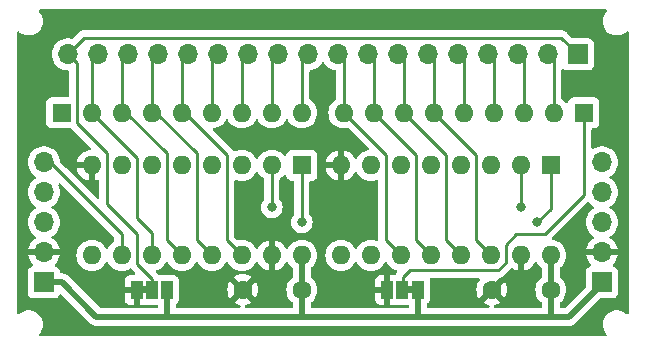
<source format=gbr>
%TF.GenerationSoftware,KiCad,Pcbnew,7.0.1*%
%TF.CreationDate,2023-05-21T17:19:05+09:00*%
%TF.ProjectId,joystick_74hc165_input_1p,6a6f7973-7469-4636-9b5f-373468633136,2*%
%TF.SameCoordinates,Original*%
%TF.FileFunction,Copper,L1,Top*%
%TF.FilePolarity,Positive*%
%FSLAX46Y46*%
G04 Gerber Fmt 4.6, Leading zero omitted, Abs format (unit mm)*
G04 Created by KiCad (PCBNEW 7.0.1) date 2023-05-21 17:19:05*
%MOMM*%
%LPD*%
G01*
G04 APERTURE LIST*
%TA.AperFunction,ComponentPad*%
%ADD10R,1.700000X1.700000*%
%TD*%
%TA.AperFunction,ComponentPad*%
%ADD11O,1.700000X1.700000*%
%TD*%
%TA.AperFunction,ComponentPad*%
%ADD12R,1.600000X1.600000*%
%TD*%
%TA.AperFunction,ComponentPad*%
%ADD13O,1.600000X1.600000*%
%TD*%
%TA.AperFunction,ComponentPad*%
%ADD14C,1.600000*%
%TD*%
%TA.AperFunction,SMDPad,CuDef*%
%ADD15R,1.000000X1.500000*%
%TD*%
%TA.AperFunction,ViaPad*%
%ADD16C,0.800000*%
%TD*%
%TA.AperFunction,Conductor*%
%ADD17C,0.250000*%
%TD*%
%TA.AperFunction,Conductor*%
%ADD18C,0.500000*%
%TD*%
G04 APERTURE END LIST*
%TA.AperFunction,EtchedComponent*%
%TO.C,PULL1*%
G36*
X161555000Y-104440000D02*
G01*
X161055000Y-104440000D01*
X161055000Y-103840000D01*
X161555000Y-103840000D01*
X161555000Y-104440000D01*
G37*
%TD.AperFunction*%
%TA.AperFunction,EtchedComponent*%
%TO.C,SHORT1*%
G36*
X139046000Y-104440000D02*
G01*
X138546000Y-104440000D01*
X138546000Y-103840000D01*
X139046000Y-103840000D01*
X139046000Y-104440000D01*
G37*
%TD.AperFunction*%
%TD*%
D10*
%TO.P,IN1,1,Pin_1*%
%TO.N,VCC*%
X130302000Y-103505000D03*
D11*
%TO.P,IN1,2,Pin_2*%
%TO.N,GND*%
X130302000Y-100965000D03*
%TO.P,IN1,3,Pin_3*%
%TO.N,/LOAD*%
X130302000Y-98425000D03*
%TO.P,IN1,4,Pin_4*%
%TO.N,/CLK*%
X130302000Y-95885000D03*
%TO.P,IN1,5,Pin_5*%
%TO.N,/D_IN*%
X130302000Y-93345000D03*
%TD*%
D12*
%TO.P,74HC165_2,1,~{PL}*%
%TO.N,/LOAD*%
X152146000Y-93599000D03*
D13*
%TO.P,74HC165_2,2,CP*%
%TO.N,/CLK*%
X149606000Y-93599000D03*
%TO.P,74HC165_2,3,D4*%
%TO.N,/C_R*%
X147066000Y-93599000D03*
%TO.P,74HC165_2,4,D5*%
%TO.N,/C_L*%
X144526000Y-93599000D03*
%TO.P,74HC165_2,5,D6*%
%TO.N,/C_Y*%
X141986000Y-93599000D03*
%TO.P,74HC165_2,6,D7*%
%TO.N,/C_X*%
X139446000Y-93599000D03*
%TO.P,74HC165_2,7,~{Q7}*%
%TO.N,unconnected-(74HC165_2-Pad7)*%
X136906000Y-93599000D03*
%TO.P,74HC165_2,8,GND*%
%TO.N,GND*%
X134366000Y-93599000D03*
%TO.P,74HC165_2,9,Q7*%
%TO.N,/Q7*%
X134366000Y-101219000D03*
%TO.P,74HC165_2,10,DS*%
%TO.N,/D_IN*%
X136906000Y-101219000D03*
%TO.P,74HC165_2,11,D0*%
%TO.N,/C_EX4*%
X139446000Y-101219000D03*
%TO.P,74HC165_2,12,D1*%
%TO.N,/C_EX3*%
X141986000Y-101219000D03*
%TO.P,74HC165_2,13,D2*%
%TO.N,/C_EX2*%
X144526000Y-101219000D03*
%TO.P,74HC165_2,14,D3*%
%TO.N,/C_EX1*%
X147066000Y-101219000D03*
%TO.P,74HC165_2,15,~{CE}*%
%TO.N,GND*%
X149606000Y-101219000D03*
%TO.P,74HC165_2,16,VCC*%
%TO.N,VCC*%
X152146000Y-101219000D03*
%TD*%
D12*
%TO.P,74HC165_1,1,~{PL}*%
%TO.N,/LOAD*%
X173228000Y-93599000D03*
D13*
%TO.P,74HC165_1,2,CP*%
%TO.N,/CLK*%
X170688000Y-93599000D03*
%TO.P,74HC165_1,3,D4*%
%TO.N,/C_RIGHT*%
X168148000Y-93599000D03*
%TO.P,74HC165_1,4,D5*%
%TO.N,/C_LEFT*%
X165608000Y-93599000D03*
%TO.P,74HC165_1,5,D6*%
%TO.N,/C_DOWN*%
X163068000Y-93599000D03*
%TO.P,74HC165_1,6,D7*%
%TO.N,/C_UP*%
X160528000Y-93599000D03*
%TO.P,74HC165_1,7,~{Q7}*%
%TO.N,unconnected-(74HC165_1-Pad7)*%
X157988000Y-93599000D03*
%TO.P,74HC165_1,8,GND*%
%TO.N,GND*%
X155448000Y-93599000D03*
%TO.P,74HC165_1,9,Q7*%
%TO.N,/D_OUT*%
X155448000Y-101219000D03*
%TO.P,74HC165_1,10,DS*%
%TO.N,/Q7*%
X157988000Y-101219000D03*
%TO.P,74HC165_1,11,D0*%
%TO.N,/C_B*%
X160528000Y-101219000D03*
%TO.P,74HC165_1,12,D1*%
%TO.N,/C_A*%
X163068000Y-101219000D03*
%TO.P,74HC165_1,13,D2*%
%TO.N,/C_SELECT*%
X165608000Y-101219000D03*
%TO.P,74HC165_1,14,D3*%
%TO.N,/C_START*%
X168148000Y-101219000D03*
%TO.P,74HC165_1,15,~{CE}*%
%TO.N,GND*%
X170688000Y-101219000D03*
%TO.P,74HC165_1,16,VCC*%
%TO.N,VCC*%
X173228000Y-101219000D03*
%TD*%
D12*
%TO.P,RN1,1,common*%
%TO.N,/PULL*%
X176022000Y-89154000D03*
D13*
%TO.P,RN1,2,R1*%
%TO.N,/C_UP*%
X173482000Y-89154000D03*
%TO.P,RN1,3,R2*%
%TO.N,/C_DOWN*%
X170942000Y-89154000D03*
%TO.P,RN1,4,R3*%
%TO.N,/C_LEFT*%
X168402000Y-89154000D03*
%TO.P,RN1,5,R4*%
%TO.N,/C_RIGHT*%
X165862000Y-89154000D03*
%TO.P,RN1,6,R5*%
%TO.N,/C_START*%
X163322000Y-89154000D03*
%TO.P,RN1,7,R6*%
%TO.N,/C_SELECT*%
X160782000Y-89154000D03*
%TO.P,RN1,8,R7*%
%TO.N,/C_A*%
X158242000Y-89154000D03*
%TO.P,RN1,9,R8*%
%TO.N,/C_B*%
X155702000Y-89154000D03*
%TD*%
D10*
%TO.P,J1,1,Pin_1*%
%TO.N,/C_SHORT*%
X175514000Y-84201000D03*
D11*
%TO.P,J1,2,Pin_2*%
%TO.N,/C_UP*%
X172974000Y-84201000D03*
%TO.P,J1,3,Pin_3*%
%TO.N,/C_DOWN*%
X170434000Y-84201000D03*
%TO.P,J1,4,Pin_4*%
%TO.N,/C_LEFT*%
X167894000Y-84201000D03*
%TO.P,J1,5,Pin_5*%
%TO.N,/C_RIGHT*%
X165354000Y-84201000D03*
%TO.P,J1,6,Pin_6*%
%TO.N,/C_START*%
X162814000Y-84201000D03*
%TO.P,J1,7,Pin_7*%
%TO.N,/C_SELECT*%
X160274000Y-84201000D03*
%TO.P,J1,8,Pin_8*%
%TO.N,/C_A*%
X157734000Y-84201000D03*
%TO.P,J1,9,Pin_9*%
%TO.N,/C_B*%
X155194000Y-84201000D03*
%TO.P,J1,10,Pin_10*%
%TO.N,/C_X*%
X152654000Y-84201000D03*
%TO.P,J1,11,Pin_11*%
%TO.N,/C_Y*%
X150114000Y-84201000D03*
%TO.P,J1,12,Pin_12*%
%TO.N,/C_L*%
X147574000Y-84201000D03*
%TO.P,J1,13,Pin_13*%
%TO.N,/C_R*%
X145034000Y-84201000D03*
%TO.P,J1,14,Pin_14*%
%TO.N,/C_EX1*%
X142494000Y-84201000D03*
%TO.P,J1,15,Pin_15*%
%TO.N,/C_EX2*%
X139954000Y-84201000D03*
%TO.P,J1,16,Pin_16*%
%TO.N,/C_EX3*%
X137414000Y-84201000D03*
%TO.P,J1,17,Pin_17*%
%TO.N,/C_EX4*%
X134874000Y-84201000D03*
%TO.P,J1,18,Pin_18*%
%TO.N,/C_SHORT*%
X132334000Y-84201000D03*
%TD*%
D12*
%TO.P,RN2,1,common*%
%TO.N,/PULL*%
X131826000Y-89154000D03*
D13*
%TO.P,RN2,2,R1*%
%TO.N,/C_EX4*%
X134366000Y-89154000D03*
%TO.P,RN2,3,R2*%
%TO.N,/C_EX3*%
X136906000Y-89154000D03*
%TO.P,RN2,4,R3*%
%TO.N,/C_EX2*%
X139446000Y-89154000D03*
%TO.P,RN2,5,R4*%
%TO.N,/C_EX1*%
X141986000Y-89154000D03*
%TO.P,RN2,6,R5*%
%TO.N,/C_R*%
X144526000Y-89154000D03*
%TO.P,RN2,7,R6*%
%TO.N,/C_L*%
X147066000Y-89154000D03*
%TO.P,RN2,8,R7*%
%TO.N,/C_Y*%
X149606000Y-89154000D03*
%TO.P,RN2,9,R8*%
%TO.N,/C_X*%
X152146000Y-89154000D03*
%TD*%
D10*
%TO.P,OUT1,1,Pin_1*%
%TO.N,VCC*%
X177546000Y-103505000D03*
D11*
%TO.P,OUT1,2,Pin_2*%
%TO.N,GND*%
X177546000Y-100965000D03*
%TO.P,OUT1,3,Pin_3*%
%TO.N,/LOAD*%
X177546000Y-98425000D03*
%TO.P,OUT1,4,Pin_4*%
%TO.N,/CLK*%
X177546000Y-95885000D03*
%TO.P,OUT1,5,Pin_5*%
%TO.N,/D_OUT*%
X177546000Y-93345000D03*
%TD*%
D14*
%TO.P,C2,1*%
%TO.N,VCC*%
X152146000Y-104140000D03*
%TO.P,C2,2*%
%TO.N,GND*%
X147146000Y-104140000D03*
%TD*%
%TO.P,C1,1*%
%TO.N,VCC*%
X173228000Y-104140000D03*
%TO.P,C1,2*%
%TO.N,GND*%
X168228000Y-104140000D03*
%TD*%
D15*
%TO.P,PULL1,1,Pin_1*%
%TO.N,VCC*%
X161955000Y-104140000D03*
%TO.P,PULL1,2,Pin_2*%
%TO.N,/PULL*%
X160655000Y-104140000D03*
%TO.P,PULL1,3,Pin_3*%
%TO.N,GND*%
X159355000Y-104140000D03*
%TD*%
%TO.P,SHORT1,1,Pin_1*%
%TO.N,GND*%
X138146000Y-104140000D03*
%TO.P,SHORT1,2,Pin_2*%
%TO.N,/C_SHORT*%
X139446000Y-104140000D03*
%TO.P,SHORT1,3,Pin_3*%
%TO.N,VCC*%
X140746000Y-104140000D03*
%TD*%
D16*
%TO.N,/LOAD*%
X152146000Y-98425000D03*
X172085000Y-98425000D03*
%TO.N,/CLK*%
X149606000Y-97155000D03*
X170688000Y-97155000D03*
%TD*%
D17*
%TO.N,/PULL*%
X176022000Y-96139000D02*
X176022000Y-88900000D01*
X169418000Y-101854000D02*
X169418000Y-100330000D01*
X169418000Y-100330000D02*
X170307000Y-99441000D01*
X170307000Y-99441000D02*
X172720000Y-99441000D01*
X168783000Y-102489000D02*
X169418000Y-101854000D01*
X160685000Y-104140000D02*
X160685000Y-103085000D01*
X172720000Y-99441000D02*
X176022000Y-96139000D01*
X160685000Y-103085000D02*
X161281000Y-102489000D01*
X161281000Y-102489000D02*
X168783000Y-102489000D01*
%TO.N,/C_SHORT*%
X175514000Y-84201000D02*
X174117000Y-82804000D01*
X133096000Y-84963000D02*
X133096000Y-90043000D01*
X138176000Y-101924501D02*
X139446000Y-103194501D01*
X132334000Y-84201000D02*
X133096000Y-84963000D01*
X174117000Y-82804000D02*
X133731000Y-82804000D01*
X135636000Y-96901000D02*
X138176000Y-99441000D01*
X133731000Y-82804000D02*
X132334000Y-84201000D01*
X135636000Y-92583000D02*
X135636000Y-96901000D01*
X133096000Y-90043000D02*
X135636000Y-92583000D01*
X138176000Y-99441000D02*
X138176000Y-101924501D01*
X139446000Y-103194501D02*
X139446000Y-104076500D01*
%TO.N,/C_UP*%
X173482000Y-84709000D02*
X173482000Y-89154000D01*
X172974000Y-84201000D02*
X173482000Y-84709000D01*
%TO.N,/C_DOWN*%
X170434000Y-84201000D02*
X170942000Y-84709000D01*
X170942000Y-84709000D02*
X170942000Y-89154000D01*
%TO.N,/C_LEFT*%
X167894000Y-84201000D02*
X168402000Y-84709000D01*
X168402000Y-84709000D02*
X168402000Y-89154000D01*
%TO.N,/C_RIGHT*%
X165862000Y-84709000D02*
X165862000Y-89154000D01*
X165354000Y-84201000D02*
X165862000Y-84709000D01*
%TO.N,/C_START*%
X162814000Y-84201000D02*
X163322000Y-84709000D01*
X163322000Y-89154000D02*
X166878000Y-92710000D01*
X166878000Y-99949000D02*
X168148000Y-101219000D01*
X166878000Y-92710000D02*
X166878000Y-99949000D01*
X163322000Y-84709000D02*
X163322000Y-89154000D01*
%TO.N,/C_SELECT*%
X160274000Y-84201000D02*
X160782000Y-84709000D01*
X160782000Y-84709000D02*
X160782000Y-89154000D01*
X164338000Y-92710000D02*
X164338000Y-99949000D01*
X160782000Y-89154000D02*
X164338000Y-92710000D01*
X164338000Y-99949000D02*
X165608000Y-101219000D01*
D18*
%TO.N,VCC*%
X173228000Y-104140000D02*
X173228000Y-101219000D01*
X173228000Y-106299000D02*
X173101000Y-106426000D01*
X173101000Y-106426000D02*
X174752000Y-106426000D01*
X177546000Y-103632000D02*
X177546000Y-103505000D01*
X140589000Y-106426000D02*
X134747000Y-106426000D01*
X173228000Y-104140000D02*
X173228000Y-106299000D01*
X152146000Y-104140000D02*
X152146000Y-106426000D01*
X131826000Y-103505000D02*
X130302000Y-103505000D01*
X161988500Y-106426000D02*
X140589000Y-106426000D01*
X161955000Y-104140000D02*
X161955000Y-106392500D01*
X152146000Y-101219000D02*
X152146000Y-104140000D01*
X134747000Y-106426000D02*
X131826000Y-103505000D01*
X140746000Y-106269000D02*
X140746000Y-104140000D01*
X161988500Y-106426000D02*
X173101000Y-106426000D01*
X174752000Y-106426000D02*
X177546000Y-103632000D01*
D17*
%TO.N,/D_IN*%
X130302000Y-93345000D02*
X130810000Y-93345000D01*
X136906000Y-99441000D02*
X136906000Y-101219000D01*
X130810000Y-93345000D02*
X136906000Y-99441000D01*
%TO.N,/LOAD*%
X152146000Y-93599000D02*
X152146000Y-98425000D01*
X173228000Y-93599000D02*
X173228000Y-97282000D01*
X173228000Y-97282000D02*
X172085000Y-98425000D01*
%TO.N,/CLK*%
X149606000Y-93599000D02*
X149606000Y-97155000D01*
X170688000Y-93599000D02*
X170688000Y-97155000D01*
%TO.N,/C_A*%
X158242000Y-84709000D02*
X158242000Y-89154000D01*
X158242000Y-89154000D02*
X161798000Y-92710000D01*
X157734000Y-84201000D02*
X158242000Y-84709000D01*
X161798000Y-99949000D02*
X163068000Y-101219000D01*
X161798000Y-92710000D02*
X161798000Y-99949000D01*
%TO.N,/C_B*%
X159258000Y-99949000D02*
X160528000Y-101219000D01*
X155702000Y-89154000D02*
X159258000Y-92710000D01*
X155194000Y-84201000D02*
X155702000Y-84709000D01*
X159258000Y-92710000D02*
X159258000Y-99949000D01*
X155702000Y-84709000D02*
X155702000Y-89154000D01*
%TO.N,/C_X*%
X152146000Y-84709000D02*
X152146000Y-89154000D01*
X152654000Y-84201000D02*
X152146000Y-84709000D01*
%TO.N,/C_Y*%
X149606000Y-84709000D02*
X149606000Y-89154000D01*
X150114000Y-84201000D02*
X149606000Y-84709000D01*
%TO.N,/C_EX4*%
X134366000Y-84709000D02*
X134874000Y-84201000D01*
X139446000Y-101219000D02*
X139446000Y-99314000D01*
X139446000Y-99314000D02*
X138176000Y-98044000D01*
X134366000Y-89154000D02*
X134366000Y-84709000D01*
X138176000Y-98044000D02*
X138176000Y-92964000D01*
X138176000Y-92964000D02*
X134366000Y-89154000D01*
%TO.N,/C_EX3*%
X137414000Y-84201000D02*
X136906000Y-84709000D01*
X136906000Y-84709000D02*
X136906000Y-89154000D01*
X137287000Y-89154000D02*
X140716000Y-92583000D01*
X140716000Y-99949000D02*
X141986000Y-101219000D01*
X140716000Y-92583000D02*
X140716000Y-99949000D01*
X136906000Y-89154000D02*
X137287000Y-89154000D01*
%TO.N,/C_EX2*%
X143256000Y-92583000D02*
X143256000Y-99949000D01*
X139446000Y-84709000D02*
X139446000Y-89154000D01*
X139446000Y-89154000D02*
X139827000Y-89154000D01*
X139954000Y-84201000D02*
X139446000Y-84709000D01*
X143256000Y-99949000D02*
X144526000Y-101219000D01*
X139827000Y-89154000D02*
X143256000Y-92583000D01*
%TO.N,/C_EX1*%
X145796000Y-99949000D02*
X147066000Y-101219000D01*
X141986000Y-84709000D02*
X141986000Y-89154000D01*
X145796000Y-92710000D02*
X145796000Y-99949000D01*
X141986000Y-89154000D02*
X142240000Y-89154000D01*
X142240000Y-89154000D02*
X145796000Y-92710000D01*
X142494000Y-84201000D02*
X141986000Y-84709000D01*
%TO.N,/C_R*%
X145034000Y-84201000D02*
X144526000Y-84709000D01*
X144526000Y-84709000D02*
X144526000Y-89154000D01*
%TO.N,/C_L*%
X147574000Y-84201000D02*
X147066000Y-84709000D01*
X147066000Y-84709000D02*
X147066000Y-89154000D01*
%TD*%
%TA.AperFunction,Conductor*%
%TO.N,GND*%
G36*
X170879000Y-100981881D02*
G01*
X170925119Y-101028000D01*
X170942000Y-101091000D01*
X170942000Y-102505082D01*
X171137070Y-102452813D01*
X171344498Y-102356087D01*
X171531981Y-102224810D01*
X171693810Y-102062981D01*
X171825088Y-101875497D01*
X171843529Y-101835951D01*
X171890024Y-101782933D01*
X171957724Y-101763200D01*
X172025424Y-101782933D01*
X172071919Y-101835951D01*
X172090476Y-101875748D01*
X172221804Y-102063303D01*
X172383698Y-102225197D01*
X172415770Y-102247654D01*
X172455263Y-102292686D01*
X172469500Y-102350867D01*
X172469500Y-103008133D01*
X172455263Y-103066314D01*
X172415770Y-103111346D01*
X172383698Y-103133802D01*
X172221804Y-103295696D01*
X172090477Y-103483249D01*
X171993715Y-103690756D01*
X171934457Y-103911912D01*
X171914502Y-104139999D01*
X171934457Y-104368087D01*
X171993715Y-104589243D01*
X172090477Y-104796750D01*
X172221804Y-104984303D01*
X172383698Y-105146197D01*
X172415770Y-105168654D01*
X172455263Y-105213686D01*
X172469500Y-105271867D01*
X172469500Y-105541500D01*
X172452619Y-105604500D01*
X172406500Y-105650619D01*
X172343500Y-105667500D01*
X168538082Y-105667500D01*
X168479902Y-105653263D01*
X168434869Y-105613771D01*
X168413160Y-105557946D01*
X168419681Y-105498405D01*
X168452958Y-105448603D01*
X168505471Y-105419793D01*
X168677070Y-105373813D01*
X168884498Y-105277087D01*
X168955888Y-105227099D01*
X168955888Y-105227097D01*
X168228001Y-104499210D01*
X168228000Y-104499210D01*
X167500110Y-105227098D01*
X167500110Y-105227100D01*
X167571497Y-105277085D01*
X167778929Y-105373813D01*
X167950529Y-105419793D01*
X168003042Y-105448603D01*
X168036319Y-105498405D01*
X168042840Y-105557946D01*
X168021131Y-105613771D01*
X167976098Y-105653263D01*
X167917918Y-105667500D01*
X162839500Y-105667500D01*
X162776500Y-105650619D01*
X162730381Y-105604500D01*
X162713500Y-105541500D01*
X162713500Y-105394755D01*
X162726828Y-105338355D01*
X162763992Y-105293886D01*
X162818262Y-105253260D01*
X162881597Y-105168654D01*
X162905889Y-105136204D01*
X162956989Y-104999201D01*
X162963500Y-104938638D01*
X162963500Y-103341362D01*
X162956989Y-103280799D01*
X162956988Y-103280797D01*
X162955297Y-103265064D01*
X162958128Y-103264759D01*
X162954405Y-103232787D01*
X162975926Y-103176634D01*
X163021022Y-103136851D01*
X163079421Y-103122500D01*
X167101645Y-103122500D01*
X167167010Y-103140781D01*
X167213408Y-103190320D01*
X167227375Y-103256741D01*
X167204858Y-103320771D01*
X167090912Y-103483501D01*
X166994186Y-103690929D01*
X166934951Y-103912000D01*
X166915004Y-104139999D01*
X166934951Y-104367999D01*
X166994186Y-104589070D01*
X167090912Y-104796497D01*
X167140900Y-104867888D01*
X167868788Y-104140001D01*
X168587210Y-104140001D01*
X169315097Y-104867888D01*
X169315099Y-104867888D01*
X169365087Y-104796498D01*
X169461813Y-104589070D01*
X169521048Y-104367999D01*
X169540995Y-104139999D01*
X169521048Y-103912000D01*
X169461813Y-103690929D01*
X169365085Y-103483497D01*
X169315100Y-103412110D01*
X169315098Y-103412110D01*
X168587210Y-104140000D01*
X168587210Y-104140001D01*
X167868788Y-104140001D01*
X168228000Y-103780790D01*
X168227999Y-103780790D01*
X168864956Y-103143832D01*
X168898622Y-103119775D01*
X168938262Y-103107920D01*
X168941797Y-103107474D01*
X168982915Y-103091193D01*
X168994117Y-103087357D01*
X169036593Y-103075018D01*
X169054039Y-103064699D01*
X169071780Y-103056009D01*
X169090617Y-103048552D01*
X169126392Y-103022558D01*
X169136303Y-103016048D01*
X169174362Y-102993542D01*
X169188691Y-102979212D01*
X169203719Y-102966377D01*
X169220107Y-102954472D01*
X169248303Y-102920386D01*
X169256272Y-102911630D01*
X169806658Y-102361244D01*
X169822978Y-102348170D01*
X169825014Y-102346002D01*
X169825018Y-102346000D01*
X169826499Y-102344422D01*
X169876218Y-102311927D01*
X169935303Y-102305821D01*
X169990620Y-102327462D01*
X170031501Y-102356087D01*
X170238929Y-102452813D01*
X170434000Y-102505082D01*
X170434000Y-101091000D01*
X170450881Y-101028000D01*
X170497000Y-100981881D01*
X170560000Y-100965000D01*
X170816000Y-100965000D01*
X170879000Y-100981881D01*
G37*
%TD.AperFunction*%
%TA.AperFunction,Conductor*%
G36*
X153983969Y-84860458D02*
G01*
X154029481Y-84902354D01*
X154118278Y-85038268D01*
X154230525Y-85160200D01*
X154270762Y-85203908D01*
X154390629Y-85297205D01*
X154448424Y-85342189D01*
X154646426Y-85449342D01*
X154859365Y-85522444D01*
X154963240Y-85539777D01*
X155017122Y-85562533D01*
X155054924Y-85607166D01*
X155068500Y-85664059D01*
X155068500Y-87934607D01*
X155054263Y-87992787D01*
X155014772Y-88037818D01*
X154946659Y-88085511D01*
X154857696Y-88147804D01*
X154695804Y-88309696D01*
X154564477Y-88497249D01*
X154467715Y-88704756D01*
X154408457Y-88925912D01*
X154388502Y-89154000D01*
X154408457Y-89382087D01*
X154467715Y-89603243D01*
X154564477Y-89810750D01*
X154695804Y-89998303D01*
X154857696Y-90160195D01*
X155045249Y-90291522D01*
X155045250Y-90291522D01*
X155045251Y-90291523D01*
X155071451Y-90303740D01*
X155252756Y-90388284D01*
X155306621Y-90402717D01*
X155473913Y-90447543D01*
X155702000Y-90467498D01*
X155930087Y-90447543D01*
X155993542Y-90430540D01*
X156058764Y-90430540D01*
X156115248Y-90463152D01*
X157761468Y-92109372D01*
X157794080Y-92165856D01*
X157794080Y-92231078D01*
X157761469Y-92287562D01*
X157704985Y-92320173D01*
X157538761Y-92364713D01*
X157331249Y-92461477D01*
X157143696Y-92592804D01*
X156981804Y-92754696D01*
X156850477Y-92942250D01*
X156831919Y-92982049D01*
X156785424Y-93035066D01*
X156717724Y-93054799D01*
X156650024Y-93035066D01*
X156603529Y-92982049D01*
X156585087Y-92942501D01*
X156453810Y-92755018D01*
X156291981Y-92593189D01*
X156104498Y-92461912D01*
X155897070Y-92365186D01*
X155701999Y-92312917D01*
X155702000Y-92312918D01*
X155702000Y-94885082D01*
X155897070Y-94832813D01*
X156104498Y-94736087D01*
X156291981Y-94604810D01*
X156453810Y-94442981D01*
X156585088Y-94255497D01*
X156603529Y-94215951D01*
X156650024Y-94162933D01*
X156717724Y-94143200D01*
X156785424Y-94162933D01*
X156831919Y-94215951D01*
X156850476Y-94255748D01*
X156981804Y-94443303D01*
X157143696Y-94605195D01*
X157331249Y-94736522D01*
X157538756Y-94833284D01*
X157554405Y-94837477D01*
X157759913Y-94892543D01*
X157988000Y-94912498D01*
X158216087Y-94892543D01*
X158437243Y-94833284D01*
X158445248Y-94829550D01*
X158506739Y-94818015D01*
X158566199Y-94837477D01*
X158608967Y-94883140D01*
X158624500Y-94943745D01*
X158624500Y-99865147D01*
X158621464Y-99892641D01*
X158619620Y-99900888D01*
X158595671Y-99951317D01*
X158552284Y-99986449D01*
X158497977Y-99999387D01*
X158443410Y-99987591D01*
X158437244Y-99984716D01*
X158216087Y-99925457D01*
X157988000Y-99905502D01*
X157759912Y-99925457D01*
X157538756Y-99984715D01*
X157331249Y-100081477D01*
X157143696Y-100212804D01*
X156981804Y-100374696D01*
X156850477Y-100562250D01*
X156832195Y-100601457D01*
X156785700Y-100654474D01*
X156718000Y-100674207D01*
X156650300Y-100654474D01*
X156603805Y-100601457D01*
X156585640Y-100562502D01*
X156585523Y-100562251D01*
X156454198Y-100374700D01*
X156454197Y-100374699D01*
X156454195Y-100374696D01*
X156292303Y-100212804D01*
X156104750Y-100081477D01*
X155897243Y-99984715D01*
X155676087Y-99925457D01*
X155448000Y-99905502D01*
X155219912Y-99925457D01*
X154998756Y-99984715D01*
X154791249Y-100081477D01*
X154603696Y-100212804D01*
X154441804Y-100374696D01*
X154310477Y-100562249D01*
X154213715Y-100769756D01*
X154154457Y-100990912D01*
X154134502Y-101219000D01*
X154154457Y-101447087D01*
X154213715Y-101668243D01*
X154310477Y-101875750D01*
X154441804Y-102063303D01*
X154603696Y-102225195D01*
X154603699Y-102225197D01*
X154603700Y-102225198D01*
X154661805Y-102265884D01*
X154791249Y-102356522D01*
X154998756Y-102453284D01*
X155020257Y-102459045D01*
X155219913Y-102512543D01*
X155448000Y-102532498D01*
X155676087Y-102512543D01*
X155897243Y-102453284D01*
X156104749Y-102356523D01*
X156292300Y-102225198D01*
X156454198Y-102063300D01*
X156585523Y-101875749D01*
X156603804Y-101836543D01*
X156650300Y-101783525D01*
X156718000Y-101763792D01*
X156785700Y-101783525D01*
X156832195Y-101836543D01*
X156850476Y-101875748D01*
X156981804Y-102063303D01*
X157143696Y-102225195D01*
X157143699Y-102225197D01*
X157143700Y-102225198D01*
X157201805Y-102265884D01*
X157331249Y-102356522D01*
X157538756Y-102453284D01*
X157560257Y-102459045D01*
X157759913Y-102512543D01*
X157988000Y-102532498D01*
X158216087Y-102512543D01*
X158437243Y-102453284D01*
X158644749Y-102356523D01*
X158832300Y-102225198D01*
X158994198Y-102063300D01*
X159125523Y-101875749D01*
X159143804Y-101836543D01*
X159190300Y-101783525D01*
X159258000Y-101763792D01*
X159325700Y-101783525D01*
X159372195Y-101836543D01*
X159390476Y-101875748D01*
X159521804Y-102063303D01*
X159683696Y-102225195D01*
X159683699Y-102225197D01*
X159683700Y-102225198D01*
X159741805Y-102265884D01*
X159871249Y-102356522D01*
X159871250Y-102356522D01*
X159871251Y-102356523D01*
X160078757Y-102453284D01*
X160139396Y-102469532D01*
X160195178Y-102501445D01*
X160227965Y-102556717D01*
X160229228Y-102620970D01*
X160198640Y-102677488D01*
X160168414Y-102709677D01*
X160158652Y-102727434D01*
X160147801Y-102743952D01*
X160135385Y-102759959D01*
X160117824Y-102800539D01*
X160112604Y-102811195D01*
X160104512Y-102825915D01*
X160064547Y-102869680D01*
X160008995Y-102890332D01*
X159980183Y-102886890D01*
X159979828Y-102890197D01*
X159903589Y-102882000D01*
X159609000Y-102882000D01*
X159609000Y-105398000D01*
X159903590Y-105398000D01*
X159974244Y-105390403D01*
X160004281Y-105384983D01*
X160039147Y-105391273D01*
X160045796Y-105391987D01*
X160045799Y-105391989D01*
X160098873Y-105397694D01*
X160106361Y-105398500D01*
X160106362Y-105398500D01*
X161070500Y-105398500D01*
X161133500Y-105415381D01*
X161179619Y-105461500D01*
X161196500Y-105524500D01*
X161196500Y-105541500D01*
X161179619Y-105604500D01*
X161133500Y-105650619D01*
X161070500Y-105667500D01*
X153030500Y-105667500D01*
X152967500Y-105650619D01*
X152921381Y-105604500D01*
X152904500Y-105541500D01*
X152904500Y-105271867D01*
X152918737Y-105213686D01*
X152958230Y-105168654D01*
X152990301Y-105146197D01*
X153152195Y-104984303D01*
X153152194Y-104984303D01*
X153152198Y-104984300D01*
X153283523Y-104796749D01*
X153380284Y-104589243D01*
X153432600Y-104394000D01*
X158347000Y-104394000D01*
X158347000Y-104938589D01*
X158353505Y-104999093D01*
X158404554Y-105135962D01*
X158492095Y-105252904D01*
X158609037Y-105340445D01*
X158745906Y-105391494D01*
X158806411Y-105398000D01*
X159101000Y-105398000D01*
X159101000Y-104394000D01*
X158347000Y-104394000D01*
X153432600Y-104394000D01*
X153439543Y-104368087D01*
X153459498Y-104140000D01*
X153439543Y-103911913D01*
X153432600Y-103886000D01*
X158347000Y-103886000D01*
X159101000Y-103886000D01*
X159101000Y-102882000D01*
X158806411Y-102882000D01*
X158745906Y-102888505D01*
X158609037Y-102939554D01*
X158492095Y-103027095D01*
X158404554Y-103144037D01*
X158353505Y-103280906D01*
X158347000Y-103341411D01*
X158347000Y-103886000D01*
X153432600Y-103886000D01*
X153380284Y-103690757D01*
X153283523Y-103483251D01*
X153233709Y-103412110D01*
X153152195Y-103295696D01*
X152990301Y-103133802D01*
X152958230Y-103111346D01*
X152918737Y-103066314D01*
X152904500Y-103008133D01*
X152904500Y-102350867D01*
X152918737Y-102292686D01*
X152958230Y-102247654D01*
X152973486Y-102236970D01*
X152990300Y-102225198D01*
X153152198Y-102063300D01*
X153283523Y-101875749D01*
X153380284Y-101668243D01*
X153439543Y-101447087D01*
X153459498Y-101219000D01*
X153439543Y-100990913D01*
X153380284Y-100769757D01*
X153352885Y-100711000D01*
X153283522Y-100562249D01*
X153195817Y-100436995D01*
X153152198Y-100374700D01*
X153152197Y-100374699D01*
X153152195Y-100374696D01*
X152990303Y-100212804D01*
X152802750Y-100081477D01*
X152595243Y-99984715D01*
X152374087Y-99925457D01*
X152146000Y-99905502D01*
X151917912Y-99925457D01*
X151696756Y-99984715D01*
X151489249Y-100081477D01*
X151301696Y-100212804D01*
X151139804Y-100374696D01*
X151008477Y-100562250D01*
X150989919Y-100602049D01*
X150943424Y-100655066D01*
X150875724Y-100674799D01*
X150808024Y-100655066D01*
X150761529Y-100602049D01*
X150743087Y-100562501D01*
X150611810Y-100375018D01*
X150449981Y-100213189D01*
X150262498Y-100081912D01*
X150055070Y-99985186D01*
X149859999Y-99932917D01*
X149860000Y-99932918D01*
X149860000Y-102505082D01*
X150055070Y-102452813D01*
X150262498Y-102356087D01*
X150449981Y-102224810D01*
X150611810Y-102062981D01*
X150743088Y-101875497D01*
X150761529Y-101835951D01*
X150808024Y-101782933D01*
X150875724Y-101763200D01*
X150943424Y-101782933D01*
X150989919Y-101835951D01*
X151008476Y-101875748D01*
X151139804Y-102063303D01*
X151301698Y-102225197D01*
X151333770Y-102247654D01*
X151373263Y-102292686D01*
X151387500Y-102350867D01*
X151387500Y-103008133D01*
X151373263Y-103066314D01*
X151333770Y-103111346D01*
X151301698Y-103133802D01*
X151139804Y-103295696D01*
X151008477Y-103483249D01*
X150911715Y-103690756D01*
X150852457Y-103911912D01*
X150832502Y-104139999D01*
X150852457Y-104368087D01*
X150911715Y-104589243D01*
X151008477Y-104796750D01*
X151139804Y-104984303D01*
X151301698Y-105146197D01*
X151333770Y-105168654D01*
X151373263Y-105213686D01*
X151387500Y-105271867D01*
X151387500Y-105541500D01*
X151370619Y-105604500D01*
X151324500Y-105650619D01*
X151261500Y-105667500D01*
X147456082Y-105667500D01*
X147397902Y-105653263D01*
X147352869Y-105613771D01*
X147331160Y-105557946D01*
X147337681Y-105498405D01*
X147370958Y-105448603D01*
X147423471Y-105419793D01*
X147595070Y-105373813D01*
X147802498Y-105277087D01*
X147873888Y-105227099D01*
X147873888Y-105227097D01*
X147146001Y-104499210D01*
X147146000Y-104499210D01*
X146418110Y-105227098D01*
X146418110Y-105227100D01*
X146489497Y-105277085D01*
X146696929Y-105373813D01*
X146868529Y-105419793D01*
X146921042Y-105448603D01*
X146954319Y-105498405D01*
X146960840Y-105557946D01*
X146939131Y-105613771D01*
X146894098Y-105653263D01*
X146835918Y-105667500D01*
X141630500Y-105667500D01*
X141567500Y-105650619D01*
X141521381Y-105604500D01*
X141504500Y-105541500D01*
X141504500Y-105394755D01*
X141517828Y-105338355D01*
X141554992Y-105293886D01*
X141609262Y-105253260D01*
X141672597Y-105168654D01*
X141696889Y-105136204D01*
X141747989Y-104999201D01*
X141754500Y-104938638D01*
X141754500Y-104139999D01*
X145833004Y-104139999D01*
X145852951Y-104367999D01*
X145912186Y-104589070D01*
X146008912Y-104796497D01*
X146058900Y-104867887D01*
X146786789Y-104140001D01*
X147505210Y-104140001D01*
X148233097Y-104867888D01*
X148233099Y-104867888D01*
X148283087Y-104796498D01*
X148379813Y-104589070D01*
X148439048Y-104367999D01*
X148458995Y-104139999D01*
X148439048Y-103912000D01*
X148379813Y-103690929D01*
X148283085Y-103483497D01*
X148233100Y-103412110D01*
X148233098Y-103412110D01*
X147505210Y-104140000D01*
X147505210Y-104140001D01*
X146786789Y-104140001D01*
X146786790Y-104140000D01*
X146786790Y-104139999D01*
X146058900Y-103412109D01*
X146008913Y-103483499D01*
X145912186Y-103690929D01*
X145852951Y-103912000D01*
X145833004Y-104139999D01*
X141754500Y-104139999D01*
X141754500Y-103341362D01*
X141747989Y-103280799D01*
X141696889Y-103143796D01*
X141696888Y-103143794D01*
X141628846Y-103052900D01*
X146418109Y-103052900D01*
X147145999Y-103780790D01*
X147146000Y-103780790D01*
X147873888Y-103052899D01*
X147802497Y-103002912D01*
X147595070Y-102906186D01*
X147373999Y-102846951D01*
X147146000Y-102827004D01*
X146918000Y-102846951D01*
X146696929Y-102906186D01*
X146489499Y-103002913D01*
X146418109Y-103052900D01*
X141628846Y-103052900D01*
X141609261Y-103026738D01*
X141492205Y-102939111D01*
X141418496Y-102911619D01*
X141355201Y-102888011D01*
X141294638Y-102881500D01*
X140197362Y-102881500D01*
X140136799Y-102888011D01*
X140136798Y-102888011D01*
X140128262Y-102888929D01*
X140096000Y-102894749D01*
X140063731Y-102888927D01*
X140059847Y-102888510D01*
X140058211Y-102887932D01*
X140051974Y-102886807D01*
X140040379Y-102882483D01*
X140040659Y-102881731D01*
X140005125Y-102869179D01*
X139964872Y-102827370D01*
X139962285Y-102822996D01*
X139950542Y-102803138D01*
X139936213Y-102788809D01*
X139923376Y-102773778D01*
X139911473Y-102757394D01*
X139877406Y-102729212D01*
X139868626Y-102721222D01*
X139817252Y-102669848D01*
X139784640Y-102613363D01*
X139784641Y-102548140D01*
X139817253Y-102491656D01*
X139873735Y-102459046D01*
X139895243Y-102453284D01*
X140102749Y-102356523D01*
X140290300Y-102225198D01*
X140452198Y-102063300D01*
X140583523Y-101875749D01*
X140601804Y-101836543D01*
X140648300Y-101783525D01*
X140716000Y-101763792D01*
X140783700Y-101783525D01*
X140830195Y-101836543D01*
X140848476Y-101875748D01*
X140979804Y-102063303D01*
X141141696Y-102225195D01*
X141141699Y-102225197D01*
X141141700Y-102225198D01*
X141199805Y-102265884D01*
X141329249Y-102356522D01*
X141536756Y-102453284D01*
X141558257Y-102459045D01*
X141757913Y-102512543D01*
X141986000Y-102532498D01*
X142214087Y-102512543D01*
X142435243Y-102453284D01*
X142642749Y-102356523D01*
X142830300Y-102225198D01*
X142992198Y-102063300D01*
X143123523Y-101875749D01*
X143141804Y-101836543D01*
X143188300Y-101783525D01*
X143256000Y-101763792D01*
X143323700Y-101783525D01*
X143370195Y-101836543D01*
X143388476Y-101875748D01*
X143519804Y-102063303D01*
X143681696Y-102225195D01*
X143681699Y-102225197D01*
X143681700Y-102225198D01*
X143739805Y-102265884D01*
X143869249Y-102356522D01*
X144076756Y-102453284D01*
X144098257Y-102459045D01*
X144297913Y-102512543D01*
X144526000Y-102532498D01*
X144754087Y-102512543D01*
X144975243Y-102453284D01*
X145182749Y-102356523D01*
X145370300Y-102225198D01*
X145532198Y-102063300D01*
X145663523Y-101875749D01*
X145681804Y-101836543D01*
X145728300Y-101783525D01*
X145796000Y-101763792D01*
X145863700Y-101783525D01*
X145910195Y-101836543D01*
X145928476Y-101875748D01*
X146059804Y-102063303D01*
X146221696Y-102225195D01*
X146221699Y-102225197D01*
X146221700Y-102225198D01*
X146279805Y-102265884D01*
X146409249Y-102356522D01*
X146616756Y-102453284D01*
X146638257Y-102459045D01*
X146837913Y-102512543D01*
X147066000Y-102532498D01*
X147294087Y-102512543D01*
X147515243Y-102453284D01*
X147722749Y-102356523D01*
X147910300Y-102225198D01*
X148072198Y-102063300D01*
X148203523Y-101875749D01*
X148222080Y-101835951D01*
X148268576Y-101782933D01*
X148336276Y-101763200D01*
X148403976Y-101782933D01*
X148450471Y-101835951D01*
X148468911Y-101875497D01*
X148600189Y-102062981D01*
X148762018Y-102224810D01*
X148949501Y-102356087D01*
X149156929Y-102452813D01*
X149352000Y-102505082D01*
X149352000Y-99932917D01*
X149156929Y-99985186D01*
X148949501Y-100081912D01*
X148762018Y-100213189D01*
X148600189Y-100375018D01*
X148468911Y-100562502D01*
X148450469Y-100602051D01*
X148403973Y-100655067D01*
X148336273Y-100674799D01*
X148268573Y-100655065D01*
X148222081Y-100602049D01*
X148203523Y-100562251D01*
X148072198Y-100374700D01*
X148072197Y-100374699D01*
X148072195Y-100374696D01*
X147910303Y-100212804D01*
X147722750Y-100081477D01*
X147515243Y-99984715D01*
X147294087Y-99925457D01*
X147066000Y-99905502D01*
X146837910Y-99925457D01*
X146774457Y-99942459D01*
X146709235Y-99942458D01*
X146652752Y-99909847D01*
X146466405Y-99723500D01*
X146439091Y-99682623D01*
X146429500Y-99634405D01*
X146429500Y-94943745D01*
X146445033Y-94883140D01*
X146487801Y-94837477D01*
X146547261Y-94818015D01*
X146608751Y-94829550D01*
X146616757Y-94833284D01*
X146837913Y-94892543D01*
X147066000Y-94912498D01*
X147294087Y-94892543D01*
X147515243Y-94833284D01*
X147722749Y-94736523D01*
X147910300Y-94605198D01*
X148072198Y-94443300D01*
X148203523Y-94255749D01*
X148221804Y-94216543D01*
X148268300Y-94163525D01*
X148336000Y-94143792D01*
X148403700Y-94163525D01*
X148450195Y-94216543D01*
X148468476Y-94255748D01*
X148599804Y-94443303D01*
X148761696Y-94605195D01*
X148761699Y-94605197D01*
X148761700Y-94605198D01*
X148918772Y-94715181D01*
X148958263Y-94760213D01*
X148972500Y-94818393D01*
X148972500Y-96452475D01*
X148964131Y-96497629D01*
X148940136Y-96536786D01*
X148866958Y-96618057D01*
X148771472Y-96783443D01*
X148712458Y-96965070D01*
X148692496Y-97155000D01*
X148712458Y-97344929D01*
X148771472Y-97526556D01*
X148866958Y-97691942D01*
X148866960Y-97691944D01*
X148994747Y-97833866D01*
X149149248Y-97946118D01*
X149323712Y-98023794D01*
X149510513Y-98063500D01*
X149701485Y-98063500D01*
X149701487Y-98063500D01*
X149888288Y-98023794D01*
X150062752Y-97946118D01*
X150217253Y-97833866D01*
X150345040Y-97691944D01*
X150440527Y-97526556D01*
X150499542Y-97344928D01*
X150519504Y-97155000D01*
X150499542Y-96965072D01*
X150440527Y-96783444D01*
X150440527Y-96783443D01*
X150345041Y-96618057D01*
X150271864Y-96536786D01*
X150247869Y-96497629D01*
X150239500Y-96452475D01*
X150239500Y-94818393D01*
X150253737Y-94760213D01*
X150293227Y-94715181D01*
X150450300Y-94605198D01*
X150612198Y-94443300D01*
X150614507Y-94440002D01*
X150660069Y-94400233D01*
X150718916Y-94386275D01*
X150777488Y-94401346D01*
X150822290Y-94441973D01*
X150843000Y-94498797D01*
X150844011Y-94508200D01*
X150895111Y-94645205D01*
X150982738Y-94762261D01*
X151099794Y-94849888D01*
X151099795Y-94849888D01*
X151099796Y-94849889D01*
X151236799Y-94900989D01*
X151297362Y-94907500D01*
X151386500Y-94907500D01*
X151449500Y-94924381D01*
X151495619Y-94970500D01*
X151512500Y-95033500D01*
X151512500Y-97722475D01*
X151504131Y-97767629D01*
X151480136Y-97806786D01*
X151406958Y-97888057D01*
X151311472Y-98053443D01*
X151252458Y-98235070D01*
X151232496Y-98425000D01*
X151252458Y-98614929D01*
X151311472Y-98796556D01*
X151406958Y-98961942D01*
X151406960Y-98961944D01*
X151534747Y-99103866D01*
X151689248Y-99216118D01*
X151863712Y-99293794D01*
X152050513Y-99333500D01*
X152241485Y-99333500D01*
X152241487Y-99333500D01*
X152428288Y-99293794D01*
X152602752Y-99216118D01*
X152757253Y-99103866D01*
X152885040Y-98961944D01*
X152980527Y-98796556D01*
X153039542Y-98614928D01*
X153059504Y-98425000D01*
X153039542Y-98235072D01*
X153008931Y-98140862D01*
X152980527Y-98053443D01*
X152885041Y-97888057D01*
X152811864Y-97806786D01*
X152787869Y-97767629D01*
X152779500Y-97722475D01*
X152779500Y-95033500D01*
X152796381Y-94970500D01*
X152842500Y-94924381D01*
X152905500Y-94907500D01*
X152994638Y-94907500D01*
X153055201Y-94900989D01*
X153192204Y-94849889D01*
X153309261Y-94762261D01*
X153396889Y-94645204D01*
X153447989Y-94508201D01*
X153454500Y-94447638D01*
X153454500Y-93853000D01*
X154161918Y-93853000D01*
X154214186Y-94048070D01*
X154310912Y-94255498D01*
X154442189Y-94442981D01*
X154604018Y-94604810D01*
X154791501Y-94736087D01*
X154998929Y-94832813D01*
X155194000Y-94885082D01*
X155194000Y-93853000D01*
X154161918Y-93853000D01*
X153454500Y-93853000D01*
X153454500Y-93345000D01*
X154161917Y-93345000D01*
X155194000Y-93345000D01*
X155194000Y-92312917D01*
X154998929Y-92365186D01*
X154791501Y-92461912D01*
X154604018Y-92593189D01*
X154442189Y-92755018D01*
X154310912Y-92942501D01*
X154214186Y-93149929D01*
X154161917Y-93345000D01*
X153454500Y-93345000D01*
X153454500Y-92750362D01*
X153447989Y-92689799D01*
X153396889Y-92552796D01*
X153396888Y-92552794D01*
X153309261Y-92435738D01*
X153192205Y-92348111D01*
X153117300Y-92320173D01*
X153055201Y-92297011D01*
X152994638Y-92290500D01*
X151297362Y-92290500D01*
X151236799Y-92297011D01*
X151099794Y-92348111D01*
X150982738Y-92435738D01*
X150895111Y-92552794D01*
X150844011Y-92689800D01*
X150843000Y-92699202D01*
X150822291Y-92756025D01*
X150777490Y-92796653D01*
X150718919Y-92811724D01*
X150660072Y-92797768D01*
X150614508Y-92757999D01*
X150613126Y-92756025D01*
X150612198Y-92754700D01*
X150612197Y-92754699D01*
X150612195Y-92754696D01*
X150450303Y-92592804D01*
X150262750Y-92461477D01*
X150055243Y-92364715D01*
X149834087Y-92305457D01*
X149810975Y-92303435D01*
X149606000Y-92285502D01*
X149605999Y-92285502D01*
X149377912Y-92305457D01*
X149156756Y-92364715D01*
X148949249Y-92461477D01*
X148761696Y-92592804D01*
X148599804Y-92754696D01*
X148468477Y-92942250D01*
X148450195Y-92981457D01*
X148403700Y-93034474D01*
X148336000Y-93054207D01*
X148268300Y-93034474D01*
X148221805Y-92981457D01*
X148219894Y-92977359D01*
X148203523Y-92942251D01*
X148072198Y-92754700D01*
X148072197Y-92754699D01*
X148072195Y-92754696D01*
X147910303Y-92592804D01*
X147722750Y-92461477D01*
X147515243Y-92364715D01*
X147294087Y-92305457D01*
X147270975Y-92303435D01*
X147066000Y-92285502D01*
X147065999Y-92285502D01*
X146837912Y-92305457D01*
X146616754Y-92364716D01*
X146495344Y-92421330D01*
X146439162Y-92433101D01*
X146383589Y-92418728D01*
X146340158Y-92381195D01*
X146329563Y-92366612D01*
X146323046Y-92356690D01*
X146317972Y-92348111D01*
X146300542Y-92318637D01*
X146286213Y-92304308D01*
X146273376Y-92289277D01*
X146261473Y-92272893D01*
X146227406Y-92244711D01*
X146218626Y-92236721D01*
X144646630Y-90664725D01*
X144612712Y-90602901D01*
X144617324Y-90532534D01*
X144659023Y-90475666D01*
X144724742Y-90450110D01*
X144754087Y-90447543D01*
X144975243Y-90388284D01*
X145182749Y-90291523D01*
X145370300Y-90160198D01*
X145532198Y-89998300D01*
X145663523Y-89810749D01*
X145681804Y-89771543D01*
X145728300Y-89718525D01*
X145796000Y-89698792D01*
X145863700Y-89718525D01*
X145910195Y-89771543D01*
X145928476Y-89810748D01*
X146059804Y-89998303D01*
X146221696Y-90160195D01*
X146409249Y-90291522D01*
X146409250Y-90291522D01*
X146409251Y-90291523D01*
X146435451Y-90303740D01*
X146616756Y-90388284D01*
X146670621Y-90402717D01*
X146837913Y-90447543D01*
X147066000Y-90467498D01*
X147294087Y-90447543D01*
X147515243Y-90388284D01*
X147722749Y-90291523D01*
X147910300Y-90160198D01*
X148072198Y-89998300D01*
X148203523Y-89810749D01*
X148221804Y-89771543D01*
X148268300Y-89718525D01*
X148336000Y-89698792D01*
X148403700Y-89718525D01*
X148450195Y-89771543D01*
X148468476Y-89810748D01*
X148599804Y-89998303D01*
X148761696Y-90160195D01*
X148949249Y-90291522D01*
X148949250Y-90291522D01*
X148949251Y-90291523D01*
X148975451Y-90303740D01*
X149156756Y-90388284D01*
X149210621Y-90402717D01*
X149377913Y-90447543D01*
X149606000Y-90467498D01*
X149834087Y-90447543D01*
X150055243Y-90388284D01*
X150262749Y-90291523D01*
X150450300Y-90160198D01*
X150612198Y-89998300D01*
X150743523Y-89810749D01*
X150761804Y-89771543D01*
X150808300Y-89718525D01*
X150876000Y-89698792D01*
X150943700Y-89718525D01*
X150990195Y-89771543D01*
X151008476Y-89810748D01*
X151139804Y-89998303D01*
X151301696Y-90160195D01*
X151489249Y-90291522D01*
X151489250Y-90291522D01*
X151489251Y-90291523D01*
X151515451Y-90303740D01*
X151696756Y-90388284D01*
X151750621Y-90402717D01*
X151917913Y-90447543D01*
X152146000Y-90467498D01*
X152374087Y-90447543D01*
X152595243Y-90388284D01*
X152802749Y-90291523D01*
X152990300Y-90160198D01*
X153152198Y-89998300D01*
X153283523Y-89810749D01*
X153380284Y-89603243D01*
X153439543Y-89382087D01*
X153459498Y-89154000D01*
X153439543Y-88925913D01*
X153380284Y-88704757D01*
X153377500Y-88698787D01*
X153283522Y-88497249D01*
X153152195Y-88309696D01*
X152990303Y-88147804D01*
X152968158Y-88132297D01*
X152833227Y-88037818D01*
X152793737Y-87992787D01*
X152779500Y-87934607D01*
X152779500Y-85664059D01*
X152793076Y-85607166D01*
X152830878Y-85562533D01*
X152884759Y-85539777D01*
X152988635Y-85522444D01*
X153201574Y-85449342D01*
X153399576Y-85342189D01*
X153577240Y-85203906D01*
X153729722Y-85038268D01*
X153818518Y-84902354D01*
X153864031Y-84860458D01*
X153924000Y-84845272D01*
X153983969Y-84860458D01*
G37*
%TD.AperFunction*%
%TA.AperFunction,Conductor*%
G36*
X177900954Y-80409873D02*
G01*
X177947415Y-80460837D01*
X177960087Y-80528626D01*
X177935174Y-80592932D01*
X177796917Y-80776013D01*
X177698327Y-80974008D01*
X177637795Y-81186756D01*
X177617386Y-81407000D01*
X177637795Y-81627243D01*
X177698327Y-81839991D01*
X177796917Y-82037986D01*
X177796919Y-82037988D01*
X177930214Y-82214500D01*
X178093674Y-82363514D01*
X178093676Y-82363515D01*
X178093677Y-82363516D01*
X178281727Y-82479952D01*
X178281731Y-82479953D01*
X178281732Y-82479954D01*
X178487984Y-82559857D01*
X178705406Y-82600500D01*
X178926592Y-82600500D01*
X178926594Y-82600500D01*
X179144016Y-82559857D01*
X179350268Y-82479954D01*
X179350269Y-82479952D01*
X179350272Y-82479952D01*
X179484273Y-82396982D01*
X179538326Y-82363514D01*
X179621115Y-82288041D01*
X179671518Y-82259967D01*
X179729152Y-82257302D01*
X179781932Y-82280607D01*
X179818791Y-82324994D01*
X179832000Y-82381157D01*
X179832000Y-106086843D01*
X179818791Y-106143006D01*
X179781932Y-106187393D01*
X179729152Y-106210698D01*
X179671518Y-106208033D01*
X179621115Y-106179958D01*
X179538326Y-106104486D01*
X179538323Y-106104484D01*
X179538322Y-106104483D01*
X179350272Y-105988047D01*
X179144016Y-105908143D01*
X178926594Y-105867500D01*
X178705406Y-105867500D01*
X178560458Y-105894595D01*
X178487983Y-105908143D01*
X178281727Y-105988047D01*
X178093677Y-106104483D01*
X177930213Y-106253501D01*
X177796917Y-106430013D01*
X177698327Y-106628008D01*
X177637795Y-106840756D01*
X177617386Y-107061000D01*
X177637795Y-107281243D01*
X177698327Y-107493991D01*
X177796917Y-107691986D01*
X177935174Y-107875068D01*
X177960087Y-107939374D01*
X177947415Y-108007163D01*
X177900954Y-108058127D01*
X177834624Y-108077000D01*
X130013376Y-108077000D01*
X129947046Y-108058127D01*
X129900585Y-108007163D01*
X129887913Y-107939374D01*
X129912826Y-107875068D01*
X129971771Y-107797012D01*
X130051081Y-107691988D01*
X130149673Y-107493989D01*
X130210204Y-107281245D01*
X130230613Y-107061000D01*
X130210204Y-106840755D01*
X130149673Y-106628011D01*
X130078897Y-106485873D01*
X130051082Y-106430013D01*
X129971771Y-106324988D01*
X129917786Y-106253500D01*
X129754326Y-106104486D01*
X129754323Y-106104484D01*
X129754322Y-106104483D01*
X129566272Y-105988047D01*
X129360016Y-105908143D01*
X129142594Y-105867500D01*
X128921406Y-105867500D01*
X128776458Y-105894595D01*
X128703983Y-105908143D01*
X128497727Y-105988047D01*
X128309677Y-106104483D01*
X128309673Y-106104486D01*
X128309674Y-106104486D01*
X128226884Y-106179958D01*
X128176482Y-106208033D01*
X128118848Y-106210698D01*
X128066068Y-106187393D01*
X128029209Y-106143006D01*
X128016000Y-106086843D01*
X128016000Y-98425000D01*
X128938844Y-98425000D01*
X128957436Y-98649368D01*
X128957436Y-98649371D01*
X128957437Y-98649372D01*
X129012702Y-98867611D01*
X129103139Y-99073790D01*
X129226278Y-99262268D01*
X129378762Y-99427908D01*
X129556422Y-99566188D01*
X129556424Y-99566189D01*
X129590205Y-99584470D01*
X129638477Y-99630785D01*
X129656237Y-99695282D01*
X129638479Y-99759779D01*
X129590209Y-99806096D01*
X129556702Y-99824229D01*
X129379096Y-99962466D01*
X129226678Y-100128037D01*
X129103580Y-100316451D01*
X129013177Y-100522548D01*
X128965455Y-100710999D01*
X128965456Y-100711000D01*
X131638544Y-100711000D01*
X131638544Y-100710999D01*
X131590822Y-100522548D01*
X131500419Y-100316451D01*
X131377321Y-100128037D01*
X131224903Y-99962466D01*
X131047299Y-99824231D01*
X131013791Y-99806097D01*
X130965520Y-99759780D01*
X130947762Y-99695282D01*
X130965522Y-99630785D01*
X131013791Y-99584471D01*
X131047576Y-99566189D01*
X131225240Y-99427906D01*
X131377722Y-99262268D01*
X131500860Y-99073791D01*
X131591296Y-98867616D01*
X131646564Y-98649368D01*
X131665156Y-98425000D01*
X131646564Y-98200632D01*
X131591296Y-97982384D01*
X131500860Y-97776209D01*
X131377722Y-97587732D01*
X131225240Y-97422094D01*
X131225239Y-97422093D01*
X131225237Y-97422091D01*
X131047578Y-97283812D01*
X131014317Y-97265812D01*
X130966046Y-97219495D01*
X130948288Y-97154997D01*
X130966049Y-97090499D01*
X131014317Y-97044187D01*
X131047576Y-97026189D01*
X131225240Y-96887906D01*
X131377722Y-96722268D01*
X131500860Y-96533791D01*
X131591296Y-96327616D01*
X131646564Y-96109368D01*
X131665156Y-95885000D01*
X131646564Y-95660632D01*
X131591296Y-95442384D01*
X131531915Y-95307009D01*
X131522546Y-95238747D01*
X131550486Y-95175762D01*
X131607379Y-95136891D01*
X131676212Y-95133759D01*
X131736398Y-95167302D01*
X133986190Y-97417095D01*
X136235595Y-99666500D01*
X136262909Y-99707377D01*
X136272500Y-99755595D01*
X136272500Y-99999607D01*
X136258263Y-100057787D01*
X136218772Y-100102818D01*
X136185039Y-100126439D01*
X136061696Y-100212804D01*
X135899804Y-100374696D01*
X135768477Y-100562250D01*
X135750195Y-100601457D01*
X135703700Y-100654474D01*
X135636000Y-100674207D01*
X135568300Y-100654474D01*
X135521805Y-100601457D01*
X135503640Y-100562502D01*
X135503523Y-100562251D01*
X135372198Y-100374700D01*
X135372197Y-100374699D01*
X135372195Y-100374696D01*
X135210303Y-100212804D01*
X135022750Y-100081477D01*
X134815243Y-99984715D01*
X134594087Y-99925457D01*
X134366000Y-99905502D01*
X134137912Y-99925457D01*
X133916756Y-99984715D01*
X133709249Y-100081477D01*
X133521696Y-100212804D01*
X133359804Y-100374696D01*
X133228477Y-100562249D01*
X133131715Y-100769756D01*
X133072457Y-100990912D01*
X133052502Y-101219000D01*
X133072457Y-101447087D01*
X133131715Y-101668243D01*
X133228477Y-101875750D01*
X133359804Y-102063303D01*
X133521696Y-102225195D01*
X133521699Y-102225197D01*
X133521700Y-102225198D01*
X133579805Y-102265884D01*
X133709249Y-102356522D01*
X133916756Y-102453284D01*
X133938257Y-102459045D01*
X134137913Y-102512543D01*
X134366000Y-102532498D01*
X134594087Y-102512543D01*
X134815243Y-102453284D01*
X135022749Y-102356523D01*
X135210300Y-102225198D01*
X135372198Y-102063300D01*
X135503523Y-101875749D01*
X135521804Y-101836543D01*
X135568300Y-101783525D01*
X135636000Y-101763792D01*
X135703700Y-101783525D01*
X135750195Y-101836543D01*
X135768476Y-101875748D01*
X135899804Y-102063303D01*
X136061696Y-102225195D01*
X136061699Y-102225197D01*
X136061700Y-102225198D01*
X136119805Y-102265884D01*
X136249249Y-102356522D01*
X136456756Y-102453284D01*
X136478257Y-102459045D01*
X136677913Y-102512543D01*
X136906000Y-102532498D01*
X137134087Y-102512543D01*
X137355243Y-102453284D01*
X137562749Y-102356523D01*
X137562749Y-102356522D01*
X137572740Y-102351864D01*
X137573151Y-102352746D01*
X137610928Y-102337047D01*
X137665142Y-102339223D01*
X137713413Y-102363995D01*
X137744597Y-102389792D01*
X137753378Y-102397783D01*
X138022500Y-102666905D01*
X138053238Y-102717064D01*
X138057854Y-102775711D01*
X138035341Y-102830061D01*
X137990608Y-102868267D01*
X137933405Y-102882000D01*
X137597411Y-102882000D01*
X137536906Y-102888505D01*
X137400037Y-102939554D01*
X137283095Y-103027095D01*
X137195554Y-103144037D01*
X137144505Y-103280906D01*
X137138000Y-103341411D01*
X137138000Y-103886000D01*
X138274000Y-103886000D01*
X138337000Y-103902881D01*
X138383119Y-103949000D01*
X138400000Y-104012000D01*
X138400000Y-105398000D01*
X138694590Y-105398000D01*
X138765244Y-105390403D01*
X138795281Y-105384983D01*
X138830147Y-105391273D01*
X138836796Y-105391987D01*
X138836799Y-105391989D01*
X138889873Y-105397694D01*
X138897361Y-105398500D01*
X138897362Y-105398500D01*
X139861500Y-105398500D01*
X139924500Y-105415381D01*
X139970619Y-105461500D01*
X139987500Y-105524500D01*
X139987500Y-105541500D01*
X139970619Y-105604500D01*
X139924500Y-105650619D01*
X139861500Y-105667500D01*
X135113371Y-105667500D01*
X135065153Y-105657909D01*
X135024276Y-105630595D01*
X133787681Y-104394000D01*
X137138000Y-104394000D01*
X137138000Y-104938589D01*
X137144505Y-104999093D01*
X137195554Y-105135962D01*
X137283095Y-105252904D01*
X137400037Y-105340445D01*
X137536906Y-105391494D01*
X137597411Y-105398000D01*
X137892000Y-105398000D01*
X137892000Y-104394000D01*
X137138000Y-104394000D01*
X133787681Y-104394000D01*
X132407909Y-103014228D01*
X132395937Y-103000375D01*
X132381470Y-102980943D01*
X132343130Y-102948772D01*
X132335032Y-102941351D01*
X132331101Y-102937420D01*
X132323081Y-102931078D01*
X132306528Y-102917989D01*
X132303690Y-102915677D01*
X132244622Y-102866113D01*
X132228110Y-102855594D01*
X132158205Y-102822996D01*
X132154909Y-102821401D01*
X132085996Y-102786792D01*
X132067504Y-102780365D01*
X131991942Y-102764762D01*
X131988367Y-102763969D01*
X131913356Y-102746191D01*
X131893885Y-102744202D01*
X131816741Y-102746447D01*
X131813077Y-102746500D01*
X131786500Y-102746500D01*
X131723500Y-102729619D01*
X131677381Y-102683500D01*
X131660500Y-102620500D01*
X131660500Y-102606362D01*
X131658482Y-102587593D01*
X131653989Y-102545799D01*
X131602889Y-102408796D01*
X131594645Y-102397783D01*
X131515261Y-102291738D01*
X131398206Y-102204111D01*
X131324758Y-102176716D01*
X131282684Y-102161024D01*
X131232352Y-102126461D01*
X131204178Y-102072291D01*
X131204781Y-102011235D01*
X131234018Y-101957632D01*
X131377321Y-101801962D01*
X131500419Y-101613548D01*
X131590822Y-101407451D01*
X131638544Y-101219000D01*
X128965455Y-101219000D01*
X129013177Y-101407451D01*
X129103580Y-101613548D01*
X129226678Y-101801962D01*
X129369981Y-101957632D01*
X129399218Y-102011235D01*
X129399821Y-102072291D01*
X129371647Y-102126461D01*
X129321313Y-102161025D01*
X129205793Y-102204111D01*
X129088738Y-102291738D01*
X129001111Y-102408794D01*
X128950011Y-102545799D01*
X128943500Y-102606362D01*
X128943500Y-104403638D01*
X128950011Y-104464200D01*
X129001111Y-104601205D01*
X129088738Y-104718261D01*
X129205794Y-104805888D01*
X129205795Y-104805888D01*
X129205796Y-104805889D01*
X129342799Y-104856989D01*
X129403362Y-104863500D01*
X131200638Y-104863500D01*
X131261201Y-104856989D01*
X131398204Y-104805889D01*
X131515261Y-104718261D01*
X131515260Y-104718261D01*
X131613746Y-104586702D01*
X131614087Y-104586957D01*
X131636914Y-104554078D01*
X131692643Y-104526180D01*
X131754926Y-104528404D01*
X131808524Y-104560205D01*
X134165092Y-106916773D01*
X134177060Y-106930620D01*
X134191530Y-106950057D01*
X134191531Y-106950058D01*
X134229868Y-106982226D01*
X134237965Y-106989646D01*
X134241900Y-106993581D01*
X134241904Y-106993584D01*
X134266455Y-107012997D01*
X134269296Y-107015311D01*
X134328377Y-107064885D01*
X134344890Y-107075405D01*
X134414786Y-107107998D01*
X134418078Y-107109591D01*
X134485812Y-107143609D01*
X134485814Y-107143609D01*
X134487008Y-107144209D01*
X134505490Y-107150633D01*
X134506791Y-107150901D01*
X134506794Y-107150903D01*
X134581078Y-107166241D01*
X134584630Y-107167029D01*
X134658344Y-107184500D01*
X134658346Y-107184500D01*
X134659641Y-107184807D01*
X134679114Y-107186797D01*
X134680439Y-107186758D01*
X134680442Y-107186759D01*
X134754477Y-107184604D01*
X134756259Y-107184553D01*
X134759923Y-107184500D01*
X140500344Y-107184500D01*
X140633180Y-107184500D01*
X152120256Y-107184500D01*
X152127581Y-107184712D01*
X152190403Y-107188372D01*
X152201507Y-107186413D01*
X152223386Y-107184500D01*
X161899844Y-107184500D01*
X162032680Y-107184500D01*
X173012344Y-107184500D01*
X173036559Y-107184500D01*
X173054820Y-107185830D01*
X173078789Y-107189341D01*
X173125253Y-107185275D01*
X173128647Y-107184979D01*
X173139628Y-107184500D01*
X173145180Y-107184500D01*
X174687559Y-107184500D01*
X174705820Y-107185830D01*
X174729789Y-107189341D01*
X174776253Y-107185275D01*
X174779647Y-107184979D01*
X174790628Y-107184500D01*
X174796177Y-107184500D01*
X174796180Y-107184500D01*
X174827301Y-107180861D01*
X174830889Y-107180495D01*
X174906426Y-107173887D01*
X174906430Y-107173885D01*
X174907751Y-107173770D01*
X174926856Y-107169535D01*
X174928106Y-107169079D01*
X174928113Y-107169079D01*
X174999400Y-107143132D01*
X175002769Y-107141961D01*
X175074738Y-107118114D01*
X175074739Y-107118112D01*
X175076007Y-107117693D01*
X175093613Y-107109169D01*
X175094725Y-107108437D01*
X175094732Y-107108435D01*
X175158138Y-107066730D01*
X175161161Y-107064806D01*
X175167332Y-107061000D01*
X175225651Y-107025030D01*
X175225652Y-107025028D01*
X175226788Y-107024328D01*
X175241959Y-107011970D01*
X175242871Y-107011002D01*
X175242874Y-107011001D01*
X175294929Y-106955824D01*
X175297448Y-106953231D01*
X177350275Y-104900405D01*
X177391153Y-104873091D01*
X177439371Y-104863500D01*
X178444638Y-104863500D01*
X178505201Y-104856989D01*
X178642204Y-104805889D01*
X178759261Y-104718261D01*
X178846889Y-104601204D01*
X178897989Y-104464201D01*
X178904500Y-104403638D01*
X178904500Y-102606362D01*
X178897989Y-102545799D01*
X178846889Y-102408796D01*
X178838645Y-102397783D01*
X178759261Y-102291738D01*
X178642206Y-102204111D01*
X178568758Y-102176716D01*
X178526684Y-102161024D01*
X178476352Y-102126461D01*
X178448178Y-102072291D01*
X178448781Y-102011235D01*
X178478018Y-101957632D01*
X178621321Y-101801962D01*
X178744419Y-101613548D01*
X178834822Y-101407451D01*
X178882544Y-101219000D01*
X176209455Y-101219000D01*
X176257177Y-101407451D01*
X176347580Y-101613548D01*
X176470678Y-101801962D01*
X176613981Y-101957632D01*
X176643218Y-102011235D01*
X176643821Y-102072291D01*
X176615647Y-102126461D01*
X176565313Y-102161025D01*
X176449793Y-102204111D01*
X176332738Y-102291738D01*
X176245111Y-102408794D01*
X176194011Y-102545799D01*
X176187500Y-102606362D01*
X176187500Y-103865629D01*
X176177909Y-103913847D01*
X176150595Y-103954724D01*
X174474724Y-105630595D01*
X174433847Y-105657909D01*
X174385629Y-105667500D01*
X174112500Y-105667500D01*
X174049500Y-105650619D01*
X174003381Y-105604500D01*
X173986500Y-105541500D01*
X173986500Y-105271867D01*
X174000737Y-105213686D01*
X174040230Y-105168654D01*
X174072301Y-105146197D01*
X174234195Y-104984303D01*
X174234194Y-104984303D01*
X174234198Y-104984300D01*
X174365523Y-104796749D01*
X174462284Y-104589243D01*
X174521543Y-104368087D01*
X174541498Y-104140000D01*
X174521543Y-103911913D01*
X174462284Y-103690757D01*
X174365523Y-103483251D01*
X174315709Y-103412110D01*
X174234195Y-103295696D01*
X174072301Y-103133802D01*
X174040230Y-103111346D01*
X174000737Y-103066314D01*
X173986500Y-103008133D01*
X173986500Y-102350867D01*
X174000737Y-102292686D01*
X174040230Y-102247654D01*
X174055486Y-102236970D01*
X174072300Y-102225198D01*
X174234198Y-102063300D01*
X174365523Y-101875749D01*
X174462284Y-101668243D01*
X174521543Y-101447087D01*
X174541498Y-101219000D01*
X174521543Y-100990913D01*
X174462284Y-100769757D01*
X174434885Y-100711000D01*
X174365522Y-100562249D01*
X174277817Y-100436995D01*
X174234198Y-100374700D01*
X174234197Y-100374699D01*
X174234195Y-100374696D01*
X174072303Y-100212804D01*
X173884750Y-100081477D01*
X173677243Y-99984715D01*
X173456087Y-99925457D01*
X173426740Y-99922889D01*
X173361019Y-99897332D01*
X173319322Y-99840464D01*
X173314710Y-99770098D01*
X173348626Y-99708276D01*
X176312407Y-96744495D01*
X176370569Y-96711448D01*
X176437452Y-96712830D01*
X176494198Y-96748252D01*
X176622760Y-96887906D01*
X176622762Y-96887908D01*
X176721899Y-96965070D01*
X176800424Y-97026189D01*
X176833682Y-97044187D01*
X176881951Y-97090500D01*
X176899711Y-97154997D01*
X176881953Y-97219494D01*
X176833683Y-97265811D01*
X176800423Y-97283810D01*
X176622762Y-97422091D01*
X176470278Y-97587731D01*
X176347139Y-97776209D01*
X176256702Y-97982388D01*
X176201437Y-98200627D01*
X176201436Y-98200632D01*
X176182844Y-98425000D01*
X176201436Y-98649368D01*
X176201436Y-98649371D01*
X176201437Y-98649372D01*
X176256702Y-98867611D01*
X176347139Y-99073790D01*
X176470278Y-99262268D01*
X176622762Y-99427908D01*
X176800422Y-99566188D01*
X176800424Y-99566189D01*
X176834205Y-99584470D01*
X176882477Y-99630785D01*
X176900237Y-99695282D01*
X176882479Y-99759779D01*
X176834209Y-99806096D01*
X176800702Y-99824229D01*
X176623096Y-99962466D01*
X176470678Y-100128037D01*
X176347580Y-100316451D01*
X176257177Y-100522548D01*
X176209455Y-100710999D01*
X176209456Y-100711000D01*
X178882544Y-100711000D01*
X178882544Y-100710999D01*
X178834822Y-100522548D01*
X178744419Y-100316451D01*
X178621321Y-100128037D01*
X178468903Y-99962466D01*
X178291299Y-99824231D01*
X178257791Y-99806097D01*
X178209520Y-99759780D01*
X178191762Y-99695282D01*
X178209522Y-99630785D01*
X178257791Y-99584471D01*
X178291576Y-99566189D01*
X178469240Y-99427906D01*
X178621722Y-99262268D01*
X178744860Y-99073791D01*
X178835296Y-98867616D01*
X178890564Y-98649368D01*
X178909156Y-98425000D01*
X178890564Y-98200632D01*
X178835296Y-97982384D01*
X178744860Y-97776209D01*
X178621722Y-97587732D01*
X178469240Y-97422094D01*
X178469239Y-97422093D01*
X178469237Y-97422091D01*
X178291578Y-97283812D01*
X178258317Y-97265812D01*
X178210046Y-97219495D01*
X178192288Y-97154997D01*
X178210049Y-97090499D01*
X178258317Y-97044187D01*
X178291576Y-97026189D01*
X178469240Y-96887906D01*
X178621722Y-96722268D01*
X178744860Y-96533791D01*
X178835296Y-96327616D01*
X178890564Y-96109368D01*
X178909156Y-95885000D01*
X178890564Y-95660632D01*
X178835296Y-95442384D01*
X178744860Y-95236209D01*
X178621722Y-95047732D01*
X178469240Y-94882094D01*
X178469239Y-94882093D01*
X178469237Y-94882091D01*
X178291579Y-94743813D01*
X178291577Y-94743812D01*
X178291576Y-94743811D01*
X178258317Y-94725812D01*
X178210047Y-94679498D01*
X178192288Y-94615000D01*
X178210047Y-94550502D01*
X178258317Y-94504187D01*
X178291576Y-94486189D01*
X178469240Y-94347906D01*
X178621722Y-94182268D01*
X178744860Y-93993791D01*
X178835296Y-93787616D01*
X178890564Y-93569368D01*
X178909156Y-93345000D01*
X178890564Y-93120632D01*
X178835296Y-92902384D01*
X178744860Y-92696209D01*
X178621722Y-92507732D01*
X178469240Y-92342094D01*
X178469239Y-92342093D01*
X178469237Y-92342091D01*
X178291578Y-92203812D01*
X178093573Y-92096657D01*
X177949427Y-92047172D01*
X177880635Y-92023556D01*
X177658569Y-91986500D01*
X177433431Y-91986500D01*
X177211365Y-92023556D01*
X177211362Y-92023556D01*
X177211362Y-92023557D01*
X176998426Y-92096657D01*
X176907447Y-92145893D01*
X176841467Y-92181599D01*
X176778896Y-92196758D01*
X176717003Y-92179026D01*
X176671949Y-92133032D01*
X176655500Y-92070785D01*
X176655500Y-90588500D01*
X176672381Y-90525500D01*
X176718500Y-90479381D01*
X176781500Y-90462500D01*
X176870638Y-90462500D01*
X176931201Y-90455989D01*
X177068204Y-90404889D01*
X177185261Y-90317261D01*
X177272889Y-90200204D01*
X177323989Y-90063201D01*
X177330500Y-90002638D01*
X177330500Y-88305362D01*
X177323989Y-88244799D01*
X177272889Y-88107796D01*
X177272888Y-88107794D01*
X177185261Y-87990738D01*
X177068205Y-87903111D01*
X176999702Y-87877561D01*
X176931201Y-87852011D01*
X176870638Y-87845500D01*
X175173362Y-87845500D01*
X175112799Y-87852011D01*
X174975794Y-87903111D01*
X174858738Y-87990738D01*
X174771111Y-88107794D01*
X174720011Y-88244800D01*
X174719000Y-88254202D01*
X174698291Y-88311025D01*
X174653490Y-88351653D01*
X174594919Y-88366724D01*
X174536072Y-88352768D01*
X174490508Y-88312999D01*
X174488195Y-88309696D01*
X174326303Y-88147804D01*
X174304158Y-88132297D01*
X174169227Y-88037818D01*
X174129737Y-87992787D01*
X174115500Y-87934607D01*
X174115500Y-85527309D01*
X174134303Y-85461091D01*
X174185100Y-85414637D01*
X174252731Y-85401811D01*
X174317009Y-85426441D01*
X174417794Y-85501888D01*
X174417795Y-85501888D01*
X174417796Y-85501889D01*
X174554799Y-85552989D01*
X174615362Y-85559500D01*
X176412638Y-85559500D01*
X176473201Y-85552989D01*
X176610204Y-85501889D01*
X176727261Y-85414261D01*
X176814889Y-85297204D01*
X176865989Y-85160201D01*
X176872500Y-85099638D01*
X176872500Y-83302362D01*
X176865989Y-83241799D01*
X176814889Y-83104796D01*
X176814888Y-83104794D01*
X176727261Y-82987738D01*
X176610205Y-82900111D01*
X176541702Y-82874561D01*
X176473201Y-82849011D01*
X176412638Y-82842500D01*
X175103595Y-82842500D01*
X175055377Y-82832909D01*
X175014500Y-82805595D01*
X174624244Y-82415339D01*
X174611171Y-82399021D01*
X174559349Y-82350357D01*
X174556537Y-82347632D01*
X174536770Y-82327865D01*
X174533575Y-82325386D01*
X174524553Y-82317681D01*
X174492320Y-82287413D01*
X174474567Y-82277653D01*
X174458041Y-82266797D01*
X174442041Y-82254386D01*
X174401466Y-82236828D01*
X174390804Y-82231604D01*
X174352063Y-82210305D01*
X174338313Y-82206775D01*
X174332437Y-82205266D01*
X174313731Y-82198862D01*
X174295145Y-82190819D01*
X174251475Y-82183902D01*
X174239853Y-82181495D01*
X174230050Y-82178978D01*
X174197030Y-82170500D01*
X174197029Y-82170500D01*
X174176776Y-82170500D01*
X174157066Y-82168949D01*
X174137057Y-82165779D01*
X174093039Y-82169941D01*
X174081181Y-82170500D01*
X133814849Y-82170500D01*
X133794064Y-82168205D01*
X133723033Y-82170438D01*
X133719075Y-82170500D01*
X133691140Y-82170500D01*
X133687114Y-82171008D01*
X133675302Y-82171937D01*
X133631110Y-82173326D01*
X133611657Y-82178978D01*
X133592303Y-82182986D01*
X133572204Y-82185525D01*
X133531096Y-82201801D01*
X133519870Y-82205644D01*
X133477408Y-82217981D01*
X133459964Y-82228297D01*
X133442215Y-82236991D01*
X133423384Y-82244446D01*
X133387625Y-82270427D01*
X133377706Y-82276943D01*
X133339636Y-82299457D01*
X133325309Y-82313785D01*
X133310279Y-82326622D01*
X133293894Y-82338526D01*
X133265711Y-82372593D01*
X133257723Y-82381370D01*
X132791922Y-82847171D01*
X132731235Y-82880832D01*
X132679452Y-82878158D01*
X132678932Y-82881275D01*
X132668639Y-82879557D01*
X132668635Y-82879556D01*
X132446569Y-82842500D01*
X132221431Y-82842500D01*
X131999365Y-82879556D01*
X131999362Y-82879556D01*
X131999362Y-82879557D01*
X131786426Y-82952657D01*
X131588421Y-83059812D01*
X131410762Y-83198091D01*
X131258278Y-83363731D01*
X131135139Y-83552209D01*
X131044702Y-83758388D01*
X130989437Y-83976627D01*
X130989436Y-83976632D01*
X130970844Y-84201000D01*
X130989436Y-84425368D01*
X130989436Y-84425371D01*
X130989437Y-84425372D01*
X131044702Y-84643611D01*
X131135139Y-84849790D01*
X131189500Y-84932995D01*
X131258278Y-85038268D01*
X131370525Y-85160200D01*
X131410762Y-85203908D01*
X131530629Y-85297205D01*
X131588424Y-85342189D01*
X131786426Y-85449342D01*
X131999365Y-85522444D01*
X132221431Y-85559500D01*
X132221434Y-85559500D01*
X132336500Y-85559500D01*
X132399500Y-85576381D01*
X132445619Y-85622500D01*
X132462500Y-85685500D01*
X132462500Y-87719500D01*
X132445619Y-87782500D01*
X132399500Y-87828619D01*
X132336500Y-87845500D01*
X130977362Y-87845500D01*
X130916799Y-87852011D01*
X130779794Y-87903111D01*
X130662738Y-87990738D01*
X130575111Y-88107794D01*
X130524011Y-88244799D01*
X130517500Y-88305362D01*
X130517500Y-90002638D01*
X130524011Y-90063200D01*
X130575111Y-90200205D01*
X130662738Y-90317261D01*
X130779794Y-90404888D01*
X130779795Y-90404888D01*
X130779796Y-90404889D01*
X130916799Y-90455989D01*
X130977362Y-90462500D01*
X132563882Y-90462500D01*
X132606563Y-90469949D01*
X132644197Y-90491415D01*
X132664598Y-90508292D01*
X132673378Y-90516282D01*
X134245831Y-92088735D01*
X134279749Y-92150558D01*
X134275137Y-92220924D01*
X134233441Y-92277792D01*
X134167719Y-92303350D01*
X134138005Y-92305949D01*
X133916929Y-92365186D01*
X133709501Y-92461912D01*
X133522018Y-92593189D01*
X133360189Y-92755018D01*
X133228912Y-92942501D01*
X133132186Y-93149929D01*
X133079917Y-93345000D01*
X134494000Y-93345000D01*
X134557000Y-93361881D01*
X134603119Y-93408000D01*
X134620000Y-93471000D01*
X134620000Y-94885082D01*
X134815073Y-94832812D01*
X134823249Y-94829000D01*
X134884740Y-94817464D01*
X134944199Y-94836926D01*
X134986967Y-94882589D01*
X135002500Y-94943194D01*
X135002500Y-96337406D01*
X134988767Y-96394609D01*
X134950561Y-96439342D01*
X134896211Y-96461855D01*
X134837564Y-96457239D01*
X134787405Y-96426501D01*
X133331404Y-94970500D01*
X132213905Y-93853000D01*
X133079918Y-93853000D01*
X133132186Y-94048070D01*
X133228912Y-94255498D01*
X133360189Y-94442981D01*
X133522018Y-94604810D01*
X133709501Y-94736087D01*
X133916929Y-94832813D01*
X134112000Y-94885082D01*
X134112000Y-93853000D01*
X133079918Y-93853000D01*
X132213905Y-93853000D01*
X131694134Y-93333229D01*
X131668912Y-93297121D01*
X131657660Y-93254543D01*
X131646564Y-93120632D01*
X131591296Y-92902384D01*
X131500860Y-92696209D01*
X131377722Y-92507732D01*
X131225240Y-92342094D01*
X131225239Y-92342093D01*
X131225237Y-92342091D01*
X131047578Y-92203812D01*
X130849573Y-92096657D01*
X130705427Y-92047172D01*
X130636635Y-92023556D01*
X130414569Y-91986500D01*
X130189431Y-91986500D01*
X129967365Y-92023556D01*
X129967362Y-92023556D01*
X129967362Y-92023557D01*
X129754426Y-92096657D01*
X129556421Y-92203812D01*
X129378762Y-92342091D01*
X129226278Y-92507731D01*
X129103139Y-92696209D01*
X129012702Y-92902388D01*
X128979254Y-93034474D01*
X128957436Y-93120632D01*
X128938844Y-93345000D01*
X128957436Y-93569368D01*
X128957436Y-93569371D01*
X128957437Y-93569372D01*
X129012702Y-93787611D01*
X129103139Y-93993790D01*
X129226278Y-94182268D01*
X129378762Y-94347908D01*
X129556418Y-94486185D01*
X129556420Y-94486186D01*
X129556424Y-94486189D01*
X129589682Y-94504187D01*
X129637952Y-94550503D01*
X129655711Y-94615000D01*
X129637952Y-94679497D01*
X129589682Y-94725812D01*
X129570697Y-94736087D01*
X129556418Y-94743814D01*
X129378762Y-94882091D01*
X129226278Y-95047731D01*
X129103139Y-95236209D01*
X129012702Y-95442388D01*
X128957437Y-95660627D01*
X128957436Y-95660632D01*
X128938844Y-95885000D01*
X128957436Y-96109368D01*
X128957436Y-96109371D01*
X128957437Y-96109372D01*
X129012702Y-96327611D01*
X129103139Y-96533790D01*
X129226278Y-96722268D01*
X129378762Y-96887908D01*
X129477899Y-96965070D01*
X129556424Y-97026189D01*
X129589682Y-97044187D01*
X129637951Y-97090500D01*
X129655711Y-97154997D01*
X129637953Y-97219494D01*
X129589683Y-97265811D01*
X129556423Y-97283810D01*
X129378762Y-97422091D01*
X129226278Y-97587731D01*
X129103139Y-97776209D01*
X129012702Y-97982388D01*
X128957437Y-98200627D01*
X128957436Y-98200632D01*
X128938844Y-98425000D01*
X128016000Y-98425000D01*
X128016000Y-82381157D01*
X128029209Y-82324994D01*
X128066068Y-82280607D01*
X128118848Y-82257302D01*
X128176482Y-82259967D01*
X128226884Y-82288041D01*
X128309674Y-82363514D01*
X128309676Y-82363515D01*
X128309677Y-82363516D01*
X128497727Y-82479952D01*
X128497731Y-82479953D01*
X128497732Y-82479954D01*
X128703984Y-82559857D01*
X128921406Y-82600500D01*
X129142592Y-82600500D01*
X129142594Y-82600500D01*
X129360016Y-82559857D01*
X129566268Y-82479954D01*
X129566269Y-82479952D01*
X129566272Y-82479952D01*
X129700273Y-82396982D01*
X129754326Y-82363514D01*
X129917786Y-82214500D01*
X130051081Y-82037988D01*
X130149673Y-81839989D01*
X130210204Y-81627245D01*
X130230613Y-81407000D01*
X130210204Y-81186755D01*
X130149673Y-80974011D01*
X130078897Y-80831873D01*
X130051082Y-80776013D01*
X129912826Y-80592932D01*
X129887913Y-80528626D01*
X129900585Y-80460837D01*
X129947046Y-80409873D01*
X130013376Y-80391000D01*
X177834624Y-80391000D01*
X177900954Y-80409873D01*
G37*
%TD.AperFunction*%
%TD*%
M02*

</source>
